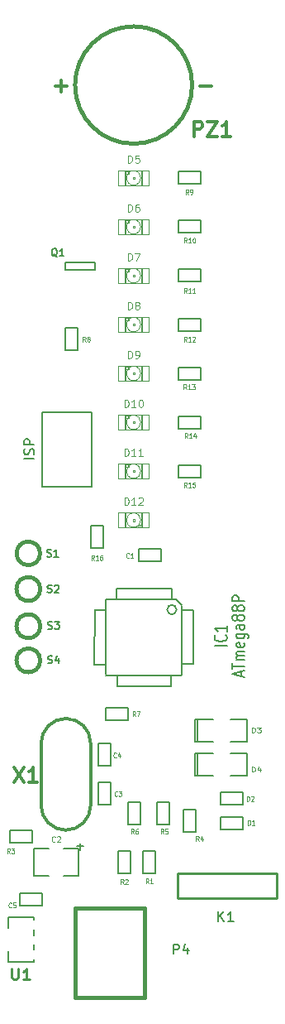
<source format=gto>
G04 (created by PCBNEW (2013-mar-13)-testing) date Wed 12 Jun 2013 06:18:58 PM NZST*
%MOIN*%
G04 Gerber Fmt 3.4, Leading zero omitted, Abs format*
%FSLAX34Y34*%
G01*
G70*
G90*
G04 APERTURE LIST*
%ADD10C,0.005906*%
%ADD11C,0.008000*%
%ADD12C,0.015000*%
%ADD13C,0.005000*%
%ADD14C,0.006000*%
%ADD15C,0.002600*%
%ADD16C,0.004000*%
%ADD17C,0.012500*%
%ADD18C,0.010000*%
%ADD19C,0.007500*%
%ADD20C,0.004921*%
%ADD21C,0.007874*%
%ADD22C,0.004500*%
%ADD23C,0.012000*%
%ADD24C,0.003500*%
%ADD25C,0.004300*%
%ADD26C,0.009843*%
G04 APERTURE END LIST*
G54D10*
G54D11*
X17961Y-26951D02*
X17961Y-23951D01*
X19961Y-23951D02*
X19961Y-26951D01*
X19961Y-26951D02*
X17961Y-26951D01*
X17961Y-23951D02*
X19961Y-23951D01*
G54D12*
X17878Y-29644D02*
G75*
G03X17878Y-29644I-472J0D01*
G74*
G01*
G54D13*
X20112Y-18239D02*
X18912Y-18239D01*
X18912Y-18239D02*
X18912Y-17939D01*
X18912Y-17939D02*
X20112Y-17939D01*
X20112Y-17939D02*
X20112Y-18239D01*
G54D12*
X17884Y-33955D02*
G75*
G03X17884Y-33955I-478J0D01*
G74*
G01*
X17884Y-32577D02*
G75*
G03X17884Y-32577I-478J0D01*
G74*
G01*
X17884Y-31081D02*
G75*
G03X17884Y-31081I-478J0D01*
G74*
G01*
G54D13*
X24220Y-37698D02*
X24120Y-37698D01*
X24120Y-37698D02*
X24120Y-38598D01*
X24120Y-38598D02*
X24220Y-38598D01*
X24220Y-37698D02*
X24220Y-38598D01*
X24220Y-38598D02*
X24870Y-38598D01*
X25570Y-37698D02*
X26220Y-37698D01*
X26220Y-37698D02*
X26220Y-38598D01*
X26220Y-38598D02*
X25570Y-38598D01*
X24870Y-37698D02*
X24220Y-37698D01*
X24220Y-36320D02*
X24120Y-36320D01*
X24120Y-36320D02*
X24120Y-37220D01*
X24120Y-37220D02*
X24220Y-37220D01*
X24220Y-36320D02*
X24220Y-37220D01*
X24220Y-37220D02*
X24870Y-37220D01*
X25570Y-36320D02*
X26220Y-36320D01*
X26220Y-36320D02*
X26220Y-37220D01*
X26220Y-37220D02*
X25570Y-37220D01*
X24870Y-36320D02*
X24220Y-36320D01*
G54D12*
X22106Y-43917D02*
X19310Y-43917D01*
X19310Y-43917D02*
X19310Y-47539D01*
X19310Y-47539D02*
X22106Y-47539D01*
X22106Y-47539D02*
X22106Y-43917D01*
G54D14*
X20981Y-35010D02*
X20981Y-34560D01*
X23161Y-35010D02*
X23161Y-34570D01*
X20981Y-35010D02*
X23161Y-35010D01*
X20511Y-34130D02*
X20081Y-34130D01*
X20501Y-31920D02*
X20081Y-31920D01*
X20081Y-31910D02*
X20071Y-34130D01*
X24051Y-31930D02*
X24061Y-34100D01*
X23361Y-31500D02*
X20531Y-31500D01*
X24051Y-34110D02*
X23641Y-34110D01*
X23601Y-31750D02*
X23601Y-34530D01*
X20521Y-34550D02*
X23561Y-34550D01*
X20521Y-31500D02*
X20521Y-34500D01*
X23191Y-31050D02*
X20971Y-31050D01*
X20971Y-31050D02*
X20971Y-31500D01*
X23371Y-31504D02*
X23601Y-31734D01*
X23191Y-31052D02*
X23191Y-31504D01*
X23601Y-31930D02*
X24053Y-31930D01*
X23385Y-31912D02*
G75*
G03X23385Y-31912I-188J0D01*
G74*
G01*
G54D13*
X22517Y-41635D02*
X22517Y-42535D01*
X22517Y-42535D02*
X22017Y-42535D01*
X22017Y-42535D02*
X22017Y-41635D01*
X22017Y-41635D02*
X22517Y-41635D01*
X21533Y-41635D02*
X21533Y-42535D01*
X21533Y-42535D02*
X21033Y-42535D01*
X21033Y-42535D02*
X21033Y-41635D01*
X21033Y-41635D02*
X21533Y-41635D01*
X16661Y-40811D02*
X17561Y-40811D01*
X17561Y-40811D02*
X17561Y-41311D01*
X17561Y-41311D02*
X16661Y-41311D01*
X16661Y-41311D02*
X16661Y-40811D01*
X23672Y-40861D02*
X23672Y-39961D01*
X23672Y-39961D02*
X24172Y-39961D01*
X24172Y-39961D02*
X24172Y-40861D01*
X24172Y-40861D02*
X23672Y-40861D01*
X23108Y-39666D02*
X23108Y-40566D01*
X23108Y-40566D02*
X22608Y-40566D01*
X22608Y-40566D02*
X22608Y-39666D01*
X22608Y-39666D02*
X23108Y-39666D01*
X21927Y-39666D02*
X21927Y-40566D01*
X21927Y-40566D02*
X21427Y-40566D01*
X21427Y-40566D02*
X21427Y-39666D01*
X21427Y-39666D02*
X21927Y-39666D01*
X21439Y-36350D02*
X20539Y-36350D01*
X20539Y-36350D02*
X20539Y-35850D01*
X20539Y-35850D02*
X21439Y-35850D01*
X21439Y-35850D02*
X21439Y-36350D01*
X19408Y-20572D02*
X19408Y-21472D01*
X19408Y-21472D02*
X18908Y-21472D01*
X18908Y-21472D02*
X18908Y-20572D01*
X18908Y-20572D02*
X19408Y-20572D01*
X23472Y-14276D02*
X24372Y-14276D01*
X24372Y-14276D02*
X24372Y-14776D01*
X24372Y-14776D02*
X23472Y-14776D01*
X23472Y-14776D02*
X23472Y-14276D01*
X23470Y-16244D02*
X24370Y-16244D01*
X24370Y-16244D02*
X24370Y-16744D01*
X24370Y-16744D02*
X23470Y-16744D01*
X23470Y-16744D02*
X23470Y-16244D01*
X23470Y-18212D02*
X24370Y-18212D01*
X24370Y-18212D02*
X24370Y-18712D01*
X24370Y-18712D02*
X23470Y-18712D01*
X23470Y-18712D02*
X23470Y-18212D01*
X23470Y-20181D02*
X24370Y-20181D01*
X24370Y-20181D02*
X24370Y-20681D01*
X24370Y-20681D02*
X23470Y-20681D01*
X23470Y-20681D02*
X23470Y-20181D01*
X23470Y-22149D02*
X24370Y-22149D01*
X24370Y-22149D02*
X24370Y-22649D01*
X24370Y-22649D02*
X23470Y-22649D01*
X23470Y-22649D02*
X23470Y-22149D01*
X23470Y-24118D02*
X24370Y-24118D01*
X24370Y-24118D02*
X24370Y-24618D01*
X24370Y-24618D02*
X23470Y-24618D01*
X23470Y-24618D02*
X23470Y-24118D01*
X23470Y-26086D02*
X24370Y-26086D01*
X24370Y-26086D02*
X24370Y-26586D01*
X24370Y-26586D02*
X23470Y-26586D01*
X23470Y-26586D02*
X23470Y-26086D01*
X20431Y-28544D02*
X20431Y-29444D01*
X20431Y-29444D02*
X19931Y-29444D01*
X19931Y-29444D02*
X19931Y-28544D01*
X19931Y-28544D02*
X20431Y-28544D01*
X21877Y-29472D02*
X22777Y-29472D01*
X22777Y-29472D02*
X22777Y-29972D01*
X22777Y-29972D02*
X21877Y-29972D01*
X21877Y-29972D02*
X21877Y-29472D01*
X20246Y-39779D02*
X20246Y-38879D01*
X20246Y-38879D02*
X20746Y-38879D01*
X20746Y-38879D02*
X20746Y-39779D01*
X20746Y-39779D02*
X20246Y-39779D01*
X20746Y-37304D02*
X20746Y-38204D01*
X20746Y-38204D02*
X20246Y-38204D01*
X20246Y-38204D02*
X20246Y-37304D01*
X20246Y-37304D02*
X20746Y-37304D01*
X26064Y-40760D02*
X25164Y-40760D01*
X25164Y-40760D02*
X25164Y-40260D01*
X25164Y-40260D02*
X26064Y-40260D01*
X26064Y-40260D02*
X26064Y-40760D01*
X26064Y-39776D02*
X25164Y-39776D01*
X25164Y-39776D02*
X25164Y-39276D01*
X25164Y-39276D02*
X26064Y-39276D01*
X26064Y-39276D02*
X26064Y-39776D01*
G54D12*
X24016Y-10787D02*
G75*
G03X24016Y-10787I-2362J0D01*
G74*
G01*
G54D15*
X21693Y-14489D02*
X21615Y-14489D01*
X21615Y-14489D02*
X21615Y-14567D01*
X21693Y-14567D02*
X21615Y-14567D01*
X21693Y-14489D02*
X21693Y-14567D01*
X21477Y-14253D02*
X21340Y-14253D01*
X21340Y-14253D02*
X21340Y-14351D01*
X21477Y-14351D02*
X21340Y-14351D01*
X21477Y-14253D02*
X21477Y-14351D01*
X21340Y-14253D02*
X21300Y-14253D01*
X21300Y-14253D02*
X21300Y-14724D01*
X21340Y-14724D02*
X21300Y-14724D01*
X21340Y-14253D02*
X21340Y-14724D01*
X21340Y-14744D02*
X21300Y-14744D01*
X21300Y-14744D02*
X21300Y-14803D01*
X21340Y-14803D02*
X21300Y-14803D01*
X21340Y-14744D02*
X21340Y-14803D01*
X22008Y-14253D02*
X21968Y-14253D01*
X21968Y-14253D02*
X21968Y-14724D01*
X22008Y-14724D02*
X21968Y-14724D01*
X22008Y-14253D02*
X22008Y-14724D01*
X22008Y-14744D02*
X21968Y-14744D01*
X21968Y-14744D02*
X21968Y-14803D01*
X22008Y-14803D02*
X21968Y-14803D01*
X22008Y-14744D02*
X22008Y-14803D01*
X21477Y-14253D02*
X21418Y-14253D01*
X21418Y-14253D02*
X21418Y-14351D01*
X21477Y-14351D02*
X21418Y-14351D01*
X21477Y-14253D02*
X21477Y-14351D01*
G54D16*
X21044Y-14233D02*
X22264Y-14233D01*
X22264Y-14233D02*
X22264Y-14823D01*
X22264Y-14823D02*
X21044Y-14823D01*
X21044Y-14823D02*
X21044Y-14233D01*
X21869Y-14331D02*
G75*
G03X21438Y-14332I-215J-196D01*
G74*
G01*
X21869Y-14724D02*
G75*
G03X21870Y-14332I-215J196D01*
G74*
G01*
X21438Y-14724D02*
G75*
G03X21870Y-14724I215J196D01*
G74*
G01*
X21438Y-14331D02*
G75*
G03X21438Y-14724I215J-196D01*
G74*
G01*
G54D15*
X21693Y-16457D02*
X21615Y-16457D01*
X21615Y-16457D02*
X21615Y-16535D01*
X21693Y-16535D02*
X21615Y-16535D01*
X21693Y-16457D02*
X21693Y-16535D01*
X21477Y-16221D02*
X21340Y-16221D01*
X21340Y-16221D02*
X21340Y-16319D01*
X21477Y-16319D02*
X21340Y-16319D01*
X21477Y-16221D02*
X21477Y-16319D01*
X21340Y-16221D02*
X21300Y-16221D01*
X21300Y-16221D02*
X21300Y-16692D01*
X21340Y-16692D02*
X21300Y-16692D01*
X21340Y-16221D02*
X21340Y-16692D01*
X21340Y-16712D02*
X21300Y-16712D01*
X21300Y-16712D02*
X21300Y-16771D01*
X21340Y-16771D02*
X21300Y-16771D01*
X21340Y-16712D02*
X21340Y-16771D01*
X22008Y-16221D02*
X21968Y-16221D01*
X21968Y-16221D02*
X21968Y-16692D01*
X22008Y-16692D02*
X21968Y-16692D01*
X22008Y-16221D02*
X22008Y-16692D01*
X22008Y-16712D02*
X21968Y-16712D01*
X21968Y-16712D02*
X21968Y-16771D01*
X22008Y-16771D02*
X21968Y-16771D01*
X22008Y-16712D02*
X22008Y-16771D01*
X21477Y-16221D02*
X21418Y-16221D01*
X21418Y-16221D02*
X21418Y-16319D01*
X21477Y-16319D02*
X21418Y-16319D01*
X21477Y-16221D02*
X21477Y-16319D01*
G54D16*
X21044Y-16201D02*
X22264Y-16201D01*
X22264Y-16201D02*
X22264Y-16791D01*
X22264Y-16791D02*
X21044Y-16791D01*
X21044Y-16791D02*
X21044Y-16201D01*
X21869Y-16299D02*
G75*
G03X21438Y-16300I-215J-196D01*
G74*
G01*
X21869Y-16692D02*
G75*
G03X21870Y-16300I-215J196D01*
G74*
G01*
X21438Y-16692D02*
G75*
G03X21870Y-16692I215J196D01*
G74*
G01*
X21438Y-16299D02*
G75*
G03X21438Y-16692I215J-196D01*
G74*
G01*
G54D15*
X21693Y-18426D02*
X21615Y-18426D01*
X21615Y-18426D02*
X21615Y-18504D01*
X21693Y-18504D02*
X21615Y-18504D01*
X21693Y-18426D02*
X21693Y-18504D01*
X21477Y-18190D02*
X21340Y-18190D01*
X21340Y-18190D02*
X21340Y-18288D01*
X21477Y-18288D02*
X21340Y-18288D01*
X21477Y-18190D02*
X21477Y-18288D01*
X21340Y-18190D02*
X21300Y-18190D01*
X21300Y-18190D02*
X21300Y-18661D01*
X21340Y-18661D02*
X21300Y-18661D01*
X21340Y-18190D02*
X21340Y-18661D01*
X21340Y-18681D02*
X21300Y-18681D01*
X21300Y-18681D02*
X21300Y-18740D01*
X21340Y-18740D02*
X21300Y-18740D01*
X21340Y-18681D02*
X21340Y-18740D01*
X22008Y-18190D02*
X21968Y-18190D01*
X21968Y-18190D02*
X21968Y-18661D01*
X22008Y-18661D02*
X21968Y-18661D01*
X22008Y-18190D02*
X22008Y-18661D01*
X22008Y-18681D02*
X21968Y-18681D01*
X21968Y-18681D02*
X21968Y-18740D01*
X22008Y-18740D02*
X21968Y-18740D01*
X22008Y-18681D02*
X22008Y-18740D01*
X21477Y-18190D02*
X21418Y-18190D01*
X21418Y-18190D02*
X21418Y-18288D01*
X21477Y-18288D02*
X21418Y-18288D01*
X21477Y-18190D02*
X21477Y-18288D01*
G54D16*
X21044Y-18170D02*
X22264Y-18170D01*
X22264Y-18170D02*
X22264Y-18760D01*
X22264Y-18760D02*
X21044Y-18760D01*
X21044Y-18760D02*
X21044Y-18170D01*
X21869Y-18268D02*
G75*
G03X21438Y-18269I-215J-196D01*
G74*
G01*
X21869Y-18661D02*
G75*
G03X21870Y-18269I-215J196D01*
G74*
G01*
X21438Y-18661D02*
G75*
G03X21870Y-18661I215J196D01*
G74*
G01*
X21438Y-18268D02*
G75*
G03X21438Y-18661I215J-196D01*
G74*
G01*
G54D15*
X21693Y-20394D02*
X21615Y-20394D01*
X21615Y-20394D02*
X21615Y-20472D01*
X21693Y-20472D02*
X21615Y-20472D01*
X21693Y-20394D02*
X21693Y-20472D01*
X21477Y-20158D02*
X21340Y-20158D01*
X21340Y-20158D02*
X21340Y-20256D01*
X21477Y-20256D02*
X21340Y-20256D01*
X21477Y-20158D02*
X21477Y-20256D01*
X21340Y-20158D02*
X21300Y-20158D01*
X21300Y-20158D02*
X21300Y-20629D01*
X21340Y-20629D02*
X21300Y-20629D01*
X21340Y-20158D02*
X21340Y-20629D01*
X21340Y-20649D02*
X21300Y-20649D01*
X21300Y-20649D02*
X21300Y-20708D01*
X21340Y-20708D02*
X21300Y-20708D01*
X21340Y-20649D02*
X21340Y-20708D01*
X22008Y-20158D02*
X21968Y-20158D01*
X21968Y-20158D02*
X21968Y-20629D01*
X22008Y-20629D02*
X21968Y-20629D01*
X22008Y-20158D02*
X22008Y-20629D01*
X22008Y-20649D02*
X21968Y-20649D01*
X21968Y-20649D02*
X21968Y-20708D01*
X22008Y-20708D02*
X21968Y-20708D01*
X22008Y-20649D02*
X22008Y-20708D01*
X21477Y-20158D02*
X21418Y-20158D01*
X21418Y-20158D02*
X21418Y-20256D01*
X21477Y-20256D02*
X21418Y-20256D01*
X21477Y-20158D02*
X21477Y-20256D01*
G54D16*
X21044Y-20138D02*
X22264Y-20138D01*
X22264Y-20138D02*
X22264Y-20728D01*
X22264Y-20728D02*
X21044Y-20728D01*
X21044Y-20728D02*
X21044Y-20138D01*
X21869Y-20236D02*
G75*
G03X21438Y-20237I-215J-196D01*
G74*
G01*
X21869Y-20629D02*
G75*
G03X21870Y-20237I-215J196D01*
G74*
G01*
X21438Y-20629D02*
G75*
G03X21870Y-20629I215J196D01*
G74*
G01*
X21438Y-20236D02*
G75*
G03X21438Y-20629I215J-196D01*
G74*
G01*
G54D15*
X21693Y-22363D02*
X21615Y-22363D01*
X21615Y-22363D02*
X21615Y-22441D01*
X21693Y-22441D02*
X21615Y-22441D01*
X21693Y-22363D02*
X21693Y-22441D01*
X21477Y-22127D02*
X21340Y-22127D01*
X21340Y-22127D02*
X21340Y-22225D01*
X21477Y-22225D02*
X21340Y-22225D01*
X21477Y-22127D02*
X21477Y-22225D01*
X21340Y-22127D02*
X21300Y-22127D01*
X21300Y-22127D02*
X21300Y-22598D01*
X21340Y-22598D02*
X21300Y-22598D01*
X21340Y-22127D02*
X21340Y-22598D01*
X21340Y-22618D02*
X21300Y-22618D01*
X21300Y-22618D02*
X21300Y-22677D01*
X21340Y-22677D02*
X21300Y-22677D01*
X21340Y-22618D02*
X21340Y-22677D01*
X22008Y-22127D02*
X21968Y-22127D01*
X21968Y-22127D02*
X21968Y-22598D01*
X22008Y-22598D02*
X21968Y-22598D01*
X22008Y-22127D02*
X22008Y-22598D01*
X22008Y-22618D02*
X21968Y-22618D01*
X21968Y-22618D02*
X21968Y-22677D01*
X22008Y-22677D02*
X21968Y-22677D01*
X22008Y-22618D02*
X22008Y-22677D01*
X21477Y-22127D02*
X21418Y-22127D01*
X21418Y-22127D02*
X21418Y-22225D01*
X21477Y-22225D02*
X21418Y-22225D01*
X21477Y-22127D02*
X21477Y-22225D01*
G54D16*
X21044Y-22107D02*
X22264Y-22107D01*
X22264Y-22107D02*
X22264Y-22697D01*
X22264Y-22697D02*
X21044Y-22697D01*
X21044Y-22697D02*
X21044Y-22107D01*
X21869Y-22205D02*
G75*
G03X21438Y-22206I-215J-196D01*
G74*
G01*
X21869Y-22598D02*
G75*
G03X21870Y-22206I-215J196D01*
G74*
G01*
X21438Y-22598D02*
G75*
G03X21870Y-22598I215J196D01*
G74*
G01*
X21438Y-22205D02*
G75*
G03X21438Y-22598I215J-196D01*
G74*
G01*
G54D15*
X21693Y-24331D02*
X21615Y-24331D01*
X21615Y-24331D02*
X21615Y-24409D01*
X21693Y-24409D02*
X21615Y-24409D01*
X21693Y-24331D02*
X21693Y-24409D01*
X21477Y-24095D02*
X21340Y-24095D01*
X21340Y-24095D02*
X21340Y-24193D01*
X21477Y-24193D02*
X21340Y-24193D01*
X21477Y-24095D02*
X21477Y-24193D01*
X21340Y-24095D02*
X21300Y-24095D01*
X21300Y-24095D02*
X21300Y-24566D01*
X21340Y-24566D02*
X21300Y-24566D01*
X21340Y-24095D02*
X21340Y-24566D01*
X21340Y-24586D02*
X21300Y-24586D01*
X21300Y-24586D02*
X21300Y-24645D01*
X21340Y-24645D02*
X21300Y-24645D01*
X21340Y-24586D02*
X21340Y-24645D01*
X22008Y-24095D02*
X21968Y-24095D01*
X21968Y-24095D02*
X21968Y-24566D01*
X22008Y-24566D02*
X21968Y-24566D01*
X22008Y-24095D02*
X22008Y-24566D01*
X22008Y-24586D02*
X21968Y-24586D01*
X21968Y-24586D02*
X21968Y-24645D01*
X22008Y-24645D02*
X21968Y-24645D01*
X22008Y-24586D02*
X22008Y-24645D01*
X21477Y-24095D02*
X21418Y-24095D01*
X21418Y-24095D02*
X21418Y-24193D01*
X21477Y-24193D02*
X21418Y-24193D01*
X21477Y-24095D02*
X21477Y-24193D01*
G54D16*
X21044Y-24075D02*
X22264Y-24075D01*
X22264Y-24075D02*
X22264Y-24665D01*
X22264Y-24665D02*
X21044Y-24665D01*
X21044Y-24665D02*
X21044Y-24075D01*
X21869Y-24173D02*
G75*
G03X21438Y-24174I-215J-196D01*
G74*
G01*
X21869Y-24566D02*
G75*
G03X21870Y-24174I-215J196D01*
G74*
G01*
X21438Y-24566D02*
G75*
G03X21870Y-24566I215J196D01*
G74*
G01*
X21438Y-24173D02*
G75*
G03X21438Y-24566I215J-196D01*
G74*
G01*
G54D15*
X21693Y-26300D02*
X21615Y-26300D01*
X21615Y-26300D02*
X21615Y-26378D01*
X21693Y-26378D02*
X21615Y-26378D01*
X21693Y-26300D02*
X21693Y-26378D01*
X21477Y-26064D02*
X21340Y-26064D01*
X21340Y-26064D02*
X21340Y-26162D01*
X21477Y-26162D02*
X21340Y-26162D01*
X21477Y-26064D02*
X21477Y-26162D01*
X21340Y-26064D02*
X21300Y-26064D01*
X21300Y-26064D02*
X21300Y-26535D01*
X21340Y-26535D02*
X21300Y-26535D01*
X21340Y-26064D02*
X21340Y-26535D01*
X21340Y-26555D02*
X21300Y-26555D01*
X21300Y-26555D02*
X21300Y-26614D01*
X21340Y-26614D02*
X21300Y-26614D01*
X21340Y-26555D02*
X21340Y-26614D01*
X22008Y-26064D02*
X21968Y-26064D01*
X21968Y-26064D02*
X21968Y-26535D01*
X22008Y-26535D02*
X21968Y-26535D01*
X22008Y-26064D02*
X22008Y-26535D01*
X22008Y-26555D02*
X21968Y-26555D01*
X21968Y-26555D02*
X21968Y-26614D01*
X22008Y-26614D02*
X21968Y-26614D01*
X22008Y-26555D02*
X22008Y-26614D01*
X21477Y-26064D02*
X21418Y-26064D01*
X21418Y-26064D02*
X21418Y-26162D01*
X21477Y-26162D02*
X21418Y-26162D01*
X21477Y-26064D02*
X21477Y-26162D01*
G54D16*
X21044Y-26044D02*
X22264Y-26044D01*
X22264Y-26044D02*
X22264Y-26634D01*
X22264Y-26634D02*
X21044Y-26634D01*
X21044Y-26634D02*
X21044Y-26044D01*
X21869Y-26142D02*
G75*
G03X21438Y-26143I-215J-196D01*
G74*
G01*
X21869Y-26535D02*
G75*
G03X21870Y-26143I-215J196D01*
G74*
G01*
X21438Y-26535D02*
G75*
G03X21870Y-26535I215J196D01*
G74*
G01*
X21438Y-26142D02*
G75*
G03X21438Y-26535I215J-196D01*
G74*
G01*
G54D15*
X21615Y-28346D02*
X21693Y-28346D01*
X21693Y-28346D02*
X21693Y-28268D01*
X21615Y-28268D02*
X21693Y-28268D01*
X21615Y-28346D02*
X21615Y-28268D01*
X21831Y-28582D02*
X21968Y-28582D01*
X21968Y-28582D02*
X21968Y-28484D01*
X21831Y-28484D02*
X21968Y-28484D01*
X21831Y-28582D02*
X21831Y-28484D01*
X21968Y-28582D02*
X22008Y-28582D01*
X22008Y-28582D02*
X22008Y-28111D01*
X21968Y-28111D02*
X22008Y-28111D01*
X21968Y-28582D02*
X21968Y-28111D01*
X21968Y-28091D02*
X22008Y-28091D01*
X22008Y-28091D02*
X22008Y-28032D01*
X21968Y-28032D02*
X22008Y-28032D01*
X21968Y-28091D02*
X21968Y-28032D01*
X21300Y-28582D02*
X21340Y-28582D01*
X21340Y-28582D02*
X21340Y-28111D01*
X21300Y-28111D02*
X21340Y-28111D01*
X21300Y-28582D02*
X21300Y-28111D01*
X21300Y-28091D02*
X21340Y-28091D01*
X21340Y-28091D02*
X21340Y-28032D01*
X21300Y-28032D02*
X21340Y-28032D01*
X21300Y-28091D02*
X21300Y-28032D01*
X21831Y-28582D02*
X21890Y-28582D01*
X21890Y-28582D02*
X21890Y-28484D01*
X21831Y-28484D02*
X21890Y-28484D01*
X21831Y-28582D02*
X21831Y-28484D01*
G54D16*
X22264Y-28602D02*
X21044Y-28602D01*
X21044Y-28602D02*
X21044Y-28012D01*
X21044Y-28012D02*
X22264Y-28012D01*
X22264Y-28012D02*
X22264Y-28602D01*
X21438Y-28503D02*
G75*
G03X21870Y-28503I215J196D01*
G74*
G01*
X21438Y-28110D02*
G75*
G03X21438Y-28503I215J-196D01*
G74*
G01*
X21869Y-28110D02*
G75*
G03X21438Y-28111I-215J-196D01*
G74*
G01*
X21869Y-28503D02*
G75*
G03X21870Y-28111I-215J196D01*
G74*
G01*
G54D17*
X19921Y-39791D02*
X19921Y-37291D01*
X17921Y-39791D02*
X17921Y-37291D01*
X18921Y-36291D02*
G75*
G03X17921Y-37291I0J-1000D01*
G74*
G01*
X19921Y-37291D02*
G75*
G03X18921Y-36291I-1000J0D01*
G74*
G01*
X17921Y-39791D02*
G75*
G03X18921Y-40791I1000J0D01*
G74*
G01*
X18921Y-40791D02*
G75*
G03X19921Y-39791I0J1000D01*
G74*
G01*
G54D13*
X17969Y-43832D02*
X17069Y-43832D01*
X17069Y-43832D02*
X17069Y-43332D01*
X17069Y-43332D02*
X17969Y-43332D01*
X17969Y-43332D02*
X17969Y-43832D01*
G54D18*
X23433Y-42531D02*
X27433Y-42531D01*
X23433Y-43531D02*
X27433Y-43531D01*
X27433Y-43531D02*
X27433Y-42531D01*
X23433Y-42531D02*
X23433Y-43531D01*
G54D13*
X19497Y-41315D02*
X19497Y-41585D01*
X19347Y-41445D02*
X19627Y-41445D01*
X19497Y-41345D02*
X19497Y-41315D01*
X18227Y-41535D02*
X17627Y-41535D01*
X17627Y-41535D02*
X17627Y-42635D01*
X17627Y-42635D02*
X18227Y-42635D01*
X18827Y-42635D02*
X19427Y-42635D01*
X19427Y-42635D02*
X19427Y-41535D01*
X19427Y-41535D02*
X18827Y-41535D01*
G54D19*
X17637Y-44409D02*
X17637Y-44290D01*
X17637Y-45039D02*
X17637Y-44802D01*
X17637Y-45590D02*
X17637Y-45393D01*
X17637Y-46102D02*
X17637Y-45983D01*
X16613Y-45668D02*
X16613Y-46102D01*
X16613Y-44724D02*
X16613Y-44290D01*
X17637Y-44290D02*
X16613Y-44290D01*
X16613Y-46102D02*
X17637Y-46102D01*
G54D11*
X17641Y-25841D02*
X17241Y-25841D01*
X17622Y-25670D02*
X17641Y-25612D01*
X17641Y-25517D01*
X17622Y-25479D01*
X17603Y-25460D01*
X17565Y-25441D01*
X17527Y-25441D01*
X17489Y-25460D01*
X17470Y-25479D01*
X17451Y-25517D01*
X17432Y-25593D01*
X17413Y-25631D01*
X17394Y-25650D01*
X17356Y-25670D01*
X17318Y-25670D01*
X17280Y-25650D01*
X17261Y-25631D01*
X17241Y-25593D01*
X17241Y-25498D01*
X17261Y-25441D01*
X17641Y-25270D02*
X17241Y-25270D01*
X17241Y-25117D01*
X17261Y-25079D01*
X17280Y-25060D01*
X17318Y-25041D01*
X17375Y-25041D01*
X17413Y-25060D01*
X17432Y-25079D01*
X17451Y-25117D01*
X17451Y-25270D01*
G54D14*
X18157Y-29767D02*
X18200Y-29781D01*
X18271Y-29781D01*
X18300Y-29767D01*
X18314Y-29752D01*
X18328Y-29724D01*
X18328Y-29695D01*
X18314Y-29667D01*
X18300Y-29652D01*
X18271Y-29638D01*
X18214Y-29624D01*
X18185Y-29609D01*
X18171Y-29595D01*
X18157Y-29567D01*
X18157Y-29538D01*
X18171Y-29509D01*
X18185Y-29495D01*
X18214Y-29481D01*
X18285Y-29481D01*
X18328Y-29495D01*
X18614Y-29781D02*
X18442Y-29781D01*
X18528Y-29781D02*
X18528Y-29481D01*
X18500Y-29524D01*
X18471Y-29552D01*
X18442Y-29567D01*
G54D19*
X18573Y-17703D02*
X18545Y-17689D01*
X18516Y-17660D01*
X18473Y-17617D01*
X18445Y-17603D01*
X18416Y-17603D01*
X18430Y-17675D02*
X18402Y-17660D01*
X18373Y-17632D01*
X18359Y-17575D01*
X18359Y-17475D01*
X18373Y-17417D01*
X18402Y-17389D01*
X18430Y-17375D01*
X18488Y-17375D01*
X18516Y-17389D01*
X18545Y-17417D01*
X18559Y-17475D01*
X18559Y-17575D01*
X18545Y-17632D01*
X18516Y-17660D01*
X18488Y-17675D01*
X18430Y-17675D01*
X18845Y-17675D02*
X18673Y-17675D01*
X18759Y-17675D02*
X18759Y-17375D01*
X18730Y-17417D01*
X18702Y-17446D01*
X18673Y-17460D01*
G54D14*
X18196Y-34058D02*
X18239Y-34072D01*
X18310Y-34072D01*
X18339Y-34058D01*
X18353Y-34044D01*
X18368Y-34015D01*
X18368Y-33987D01*
X18353Y-33958D01*
X18339Y-33944D01*
X18310Y-33929D01*
X18253Y-33915D01*
X18225Y-33901D01*
X18210Y-33887D01*
X18196Y-33858D01*
X18196Y-33829D01*
X18210Y-33801D01*
X18225Y-33787D01*
X18253Y-33772D01*
X18325Y-33772D01*
X18368Y-33787D01*
X18625Y-33872D02*
X18625Y-34072D01*
X18553Y-33758D02*
X18482Y-33972D01*
X18668Y-33972D01*
X18196Y-32680D02*
X18239Y-32694D01*
X18310Y-32694D01*
X18339Y-32680D01*
X18353Y-32666D01*
X18368Y-32637D01*
X18368Y-32609D01*
X18353Y-32580D01*
X18339Y-32566D01*
X18310Y-32551D01*
X18253Y-32537D01*
X18225Y-32523D01*
X18210Y-32509D01*
X18196Y-32480D01*
X18196Y-32451D01*
X18210Y-32423D01*
X18225Y-32409D01*
X18253Y-32394D01*
X18325Y-32394D01*
X18368Y-32409D01*
X18468Y-32394D02*
X18653Y-32394D01*
X18553Y-32509D01*
X18596Y-32509D01*
X18625Y-32523D01*
X18639Y-32537D01*
X18653Y-32566D01*
X18653Y-32637D01*
X18639Y-32666D01*
X18625Y-32680D01*
X18596Y-32694D01*
X18510Y-32694D01*
X18482Y-32680D01*
X18468Y-32666D01*
X18176Y-31204D02*
X18219Y-31218D01*
X18291Y-31218D01*
X18319Y-31204D01*
X18334Y-31189D01*
X18348Y-31161D01*
X18348Y-31132D01*
X18334Y-31104D01*
X18319Y-31089D01*
X18291Y-31075D01*
X18234Y-31061D01*
X18205Y-31046D01*
X18191Y-31032D01*
X18176Y-31004D01*
X18176Y-30975D01*
X18191Y-30946D01*
X18205Y-30932D01*
X18234Y-30918D01*
X18305Y-30918D01*
X18348Y-30932D01*
X18462Y-30946D02*
X18476Y-30932D01*
X18505Y-30918D01*
X18576Y-30918D01*
X18605Y-30932D01*
X18619Y-30946D01*
X18634Y-30975D01*
X18634Y-31004D01*
X18619Y-31046D01*
X18448Y-31218D01*
X18634Y-31218D01*
G54D20*
X26423Y-38434D02*
X26423Y-38237D01*
X26479Y-38237D01*
X26513Y-38246D01*
X26536Y-38265D01*
X26547Y-38284D01*
X26558Y-38321D01*
X26558Y-38349D01*
X26547Y-38387D01*
X26536Y-38405D01*
X26513Y-38424D01*
X26479Y-38434D01*
X26423Y-38434D01*
X26761Y-38302D02*
X26761Y-38434D01*
X26704Y-38227D02*
X26648Y-38368D01*
X26794Y-38368D01*
X26423Y-36859D02*
X26423Y-36662D01*
X26479Y-36662D01*
X26513Y-36671D01*
X26536Y-36690D01*
X26547Y-36709D01*
X26558Y-36746D01*
X26558Y-36774D01*
X26547Y-36812D01*
X26536Y-36830D01*
X26513Y-36849D01*
X26479Y-36859D01*
X26423Y-36859D01*
X26637Y-36662D02*
X26783Y-36662D01*
X26704Y-36737D01*
X26738Y-36737D01*
X26761Y-36746D01*
X26772Y-36755D01*
X26783Y-36774D01*
X26783Y-36821D01*
X26772Y-36840D01*
X26761Y-36849D01*
X26738Y-36859D01*
X26671Y-36859D01*
X26648Y-36849D01*
X26637Y-36840D01*
G54D21*
X23272Y-45750D02*
X23272Y-45396D01*
X23422Y-45396D01*
X23459Y-45413D01*
X23478Y-45430D01*
X23497Y-45464D01*
X23497Y-45514D01*
X23478Y-45548D01*
X23459Y-45565D01*
X23422Y-45582D01*
X23272Y-45582D01*
X23834Y-45514D02*
X23834Y-45750D01*
X23741Y-45379D02*
X23647Y-45632D01*
X23891Y-45632D01*
G54D11*
X25423Y-33362D02*
X24923Y-33362D01*
X25375Y-32943D02*
X25399Y-32962D01*
X25423Y-33020D01*
X25423Y-33058D01*
X25399Y-33115D01*
X25351Y-33153D01*
X25303Y-33172D01*
X25208Y-33191D01*
X25137Y-33191D01*
X25042Y-33172D01*
X24994Y-33153D01*
X24946Y-33115D01*
X24923Y-33058D01*
X24923Y-33020D01*
X24946Y-32962D01*
X24970Y-32943D01*
X25423Y-32562D02*
X25423Y-32791D01*
X25423Y-32677D02*
X24923Y-32677D01*
X24994Y-32715D01*
X25042Y-32753D01*
X25065Y-32791D01*
X25988Y-34601D02*
X25988Y-34410D01*
X26131Y-34639D02*
X25631Y-34505D01*
X26131Y-34372D01*
X25631Y-34296D02*
X25631Y-34067D01*
X26131Y-34181D02*
X25631Y-34181D01*
X26131Y-33934D02*
X25798Y-33934D01*
X25845Y-33934D02*
X25822Y-33915D01*
X25798Y-33877D01*
X25798Y-33820D01*
X25822Y-33781D01*
X25869Y-33762D01*
X26131Y-33762D01*
X25869Y-33762D02*
X25822Y-33743D01*
X25798Y-33705D01*
X25798Y-33648D01*
X25822Y-33610D01*
X25869Y-33591D01*
X26131Y-33591D01*
X26107Y-33248D02*
X26131Y-33286D01*
X26131Y-33362D01*
X26107Y-33401D01*
X26060Y-33420D01*
X25869Y-33420D01*
X25822Y-33401D01*
X25798Y-33362D01*
X25798Y-33286D01*
X25822Y-33248D01*
X25869Y-33229D01*
X25917Y-33229D01*
X25965Y-33420D01*
X25798Y-32886D02*
X26203Y-32886D01*
X26250Y-32905D01*
X26274Y-32924D01*
X26298Y-32962D01*
X26298Y-33020D01*
X26274Y-33058D01*
X26107Y-32886D02*
X26131Y-32924D01*
X26131Y-33001D01*
X26107Y-33039D01*
X26084Y-33058D01*
X26036Y-33077D01*
X25893Y-33077D01*
X25845Y-33058D01*
X25822Y-33039D01*
X25798Y-33001D01*
X25798Y-32924D01*
X25822Y-32886D01*
X26131Y-32524D02*
X25869Y-32524D01*
X25822Y-32543D01*
X25798Y-32581D01*
X25798Y-32658D01*
X25822Y-32696D01*
X26107Y-32524D02*
X26131Y-32562D01*
X26131Y-32658D01*
X26107Y-32696D01*
X26060Y-32715D01*
X26012Y-32715D01*
X25965Y-32696D01*
X25941Y-32658D01*
X25941Y-32562D01*
X25917Y-32524D01*
X25845Y-32277D02*
X25822Y-32315D01*
X25798Y-32334D01*
X25750Y-32353D01*
X25726Y-32353D01*
X25679Y-32334D01*
X25655Y-32315D01*
X25631Y-32277D01*
X25631Y-32201D01*
X25655Y-32162D01*
X25679Y-32143D01*
X25726Y-32124D01*
X25750Y-32124D01*
X25798Y-32143D01*
X25822Y-32162D01*
X25845Y-32201D01*
X25845Y-32277D01*
X25869Y-32315D01*
X25893Y-32334D01*
X25941Y-32353D01*
X26036Y-32353D01*
X26084Y-32334D01*
X26107Y-32315D01*
X26131Y-32277D01*
X26131Y-32201D01*
X26107Y-32162D01*
X26084Y-32143D01*
X26036Y-32124D01*
X25941Y-32124D01*
X25893Y-32143D01*
X25869Y-32162D01*
X25845Y-32201D01*
X25845Y-31896D02*
X25822Y-31934D01*
X25798Y-31953D01*
X25750Y-31972D01*
X25726Y-31972D01*
X25679Y-31953D01*
X25655Y-31934D01*
X25631Y-31896D01*
X25631Y-31820D01*
X25655Y-31781D01*
X25679Y-31762D01*
X25726Y-31743D01*
X25750Y-31743D01*
X25798Y-31762D01*
X25822Y-31781D01*
X25845Y-31820D01*
X25845Y-31896D01*
X25869Y-31934D01*
X25893Y-31953D01*
X25941Y-31972D01*
X26036Y-31972D01*
X26084Y-31953D01*
X26107Y-31934D01*
X26131Y-31896D01*
X26131Y-31820D01*
X26107Y-31781D01*
X26084Y-31762D01*
X26036Y-31743D01*
X25941Y-31743D01*
X25893Y-31762D01*
X25869Y-31781D01*
X25845Y-31820D01*
X26131Y-31572D02*
X25631Y-31572D01*
X25631Y-31420D01*
X25655Y-31381D01*
X25679Y-31362D01*
X25726Y-31343D01*
X25798Y-31343D01*
X25845Y-31362D01*
X25869Y-31381D01*
X25893Y-31420D01*
X25893Y-31572D01*
G54D22*
X22253Y-42944D02*
X22193Y-42849D01*
X22150Y-42944D02*
X22150Y-42744D01*
X22219Y-42744D01*
X22236Y-42754D01*
X22244Y-42763D01*
X22253Y-42782D01*
X22253Y-42811D01*
X22244Y-42830D01*
X22236Y-42840D01*
X22219Y-42849D01*
X22150Y-42849D01*
X22424Y-42944D02*
X22322Y-42944D01*
X22373Y-42944D02*
X22373Y-42744D01*
X22356Y-42773D01*
X22339Y-42792D01*
X22322Y-42801D01*
X21249Y-42964D02*
X21189Y-42869D01*
X21146Y-42964D02*
X21146Y-42764D01*
X21215Y-42764D01*
X21232Y-42774D01*
X21240Y-42783D01*
X21249Y-42802D01*
X21249Y-42831D01*
X21240Y-42850D01*
X21232Y-42859D01*
X21215Y-42869D01*
X21146Y-42869D01*
X21318Y-42783D02*
X21326Y-42774D01*
X21343Y-42764D01*
X21386Y-42764D01*
X21403Y-42774D01*
X21412Y-42783D01*
X21420Y-42802D01*
X21420Y-42821D01*
X21412Y-42850D01*
X21309Y-42964D01*
X21420Y-42964D01*
X16662Y-41724D02*
X16602Y-41629D01*
X16560Y-41724D02*
X16560Y-41524D01*
X16628Y-41524D01*
X16645Y-41533D01*
X16654Y-41543D01*
X16662Y-41562D01*
X16662Y-41591D01*
X16654Y-41610D01*
X16645Y-41619D01*
X16628Y-41629D01*
X16560Y-41629D01*
X16722Y-41524D02*
X16834Y-41524D01*
X16774Y-41600D01*
X16800Y-41600D01*
X16817Y-41610D01*
X16825Y-41619D01*
X16834Y-41638D01*
X16834Y-41686D01*
X16825Y-41705D01*
X16817Y-41714D01*
X16800Y-41724D01*
X16748Y-41724D01*
X16731Y-41714D01*
X16722Y-41705D01*
X24281Y-41232D02*
X24221Y-41136D01*
X24178Y-41232D02*
X24178Y-41032D01*
X24246Y-41032D01*
X24263Y-41041D01*
X24272Y-41051D01*
X24281Y-41070D01*
X24281Y-41098D01*
X24272Y-41117D01*
X24263Y-41127D01*
X24246Y-41136D01*
X24178Y-41136D01*
X24435Y-41098D02*
X24435Y-41232D01*
X24392Y-41022D02*
X24349Y-41165D01*
X24461Y-41165D01*
X22863Y-40936D02*
X22803Y-40841D01*
X22760Y-40936D02*
X22760Y-40736D01*
X22829Y-40736D01*
X22846Y-40746D01*
X22855Y-40755D01*
X22863Y-40775D01*
X22863Y-40803D01*
X22855Y-40822D01*
X22846Y-40832D01*
X22829Y-40841D01*
X22760Y-40841D01*
X23026Y-40736D02*
X22940Y-40736D01*
X22932Y-40832D01*
X22940Y-40822D01*
X22957Y-40813D01*
X23000Y-40813D01*
X23017Y-40822D01*
X23026Y-40832D01*
X23035Y-40851D01*
X23035Y-40898D01*
X23026Y-40917D01*
X23017Y-40927D01*
X23000Y-40936D01*
X22957Y-40936D01*
X22940Y-40927D01*
X22932Y-40917D01*
X21662Y-40936D02*
X21602Y-40841D01*
X21560Y-40936D02*
X21560Y-40736D01*
X21628Y-40736D01*
X21645Y-40746D01*
X21654Y-40755D01*
X21662Y-40775D01*
X21662Y-40803D01*
X21654Y-40822D01*
X21645Y-40832D01*
X21628Y-40841D01*
X21560Y-40841D01*
X21817Y-40736D02*
X21782Y-40736D01*
X21765Y-40746D01*
X21757Y-40755D01*
X21740Y-40784D01*
X21731Y-40822D01*
X21731Y-40898D01*
X21740Y-40917D01*
X21748Y-40927D01*
X21765Y-40936D01*
X21800Y-40936D01*
X21817Y-40927D01*
X21825Y-40917D01*
X21834Y-40898D01*
X21834Y-40851D01*
X21825Y-40832D01*
X21817Y-40822D01*
X21800Y-40813D01*
X21765Y-40813D01*
X21748Y-40822D01*
X21740Y-40832D01*
X21731Y-40851D01*
X21721Y-36212D02*
X21661Y-36117D01*
X21619Y-36212D02*
X21619Y-36012D01*
X21687Y-36012D01*
X21704Y-36022D01*
X21713Y-36031D01*
X21721Y-36050D01*
X21721Y-36079D01*
X21713Y-36098D01*
X21704Y-36107D01*
X21687Y-36117D01*
X21619Y-36117D01*
X21781Y-36012D02*
X21901Y-36012D01*
X21824Y-36212D01*
X19714Y-21114D02*
X19654Y-21018D01*
X19611Y-21114D02*
X19611Y-20914D01*
X19679Y-20914D01*
X19696Y-20923D01*
X19705Y-20933D01*
X19714Y-20952D01*
X19714Y-20980D01*
X19705Y-20999D01*
X19696Y-21009D01*
X19679Y-21018D01*
X19611Y-21018D01*
X19816Y-20999D02*
X19799Y-20990D01*
X19791Y-20980D01*
X19782Y-20961D01*
X19782Y-20952D01*
X19791Y-20933D01*
X19799Y-20923D01*
X19816Y-20914D01*
X19851Y-20914D01*
X19868Y-20923D01*
X19876Y-20933D01*
X19885Y-20952D01*
X19885Y-20961D01*
X19876Y-20980D01*
X19868Y-20990D01*
X19851Y-20999D01*
X19816Y-20999D01*
X19799Y-21009D01*
X19791Y-21018D01*
X19782Y-21037D01*
X19782Y-21076D01*
X19791Y-21095D01*
X19799Y-21104D01*
X19816Y-21114D01*
X19851Y-21114D01*
X19868Y-21104D01*
X19876Y-21095D01*
X19885Y-21076D01*
X19885Y-21037D01*
X19876Y-21018D01*
X19868Y-21009D01*
X19851Y-20999D01*
X23867Y-15188D02*
X23807Y-15093D01*
X23764Y-15188D02*
X23764Y-14988D01*
X23833Y-14988D01*
X23850Y-14998D01*
X23859Y-15007D01*
X23867Y-15026D01*
X23867Y-15055D01*
X23859Y-15074D01*
X23850Y-15084D01*
X23833Y-15093D01*
X23764Y-15093D01*
X23953Y-15188D02*
X23987Y-15188D01*
X24004Y-15179D01*
X24013Y-15169D01*
X24030Y-15141D01*
X24039Y-15103D01*
X24039Y-15026D01*
X24030Y-15007D01*
X24021Y-14998D01*
X24004Y-14988D01*
X23970Y-14988D01*
X23953Y-14998D01*
X23944Y-15007D01*
X23936Y-15026D01*
X23936Y-15074D01*
X23944Y-15093D01*
X23953Y-15103D01*
X23970Y-15112D01*
X24004Y-15112D01*
X24021Y-15103D01*
X24030Y-15093D01*
X24039Y-15074D01*
X23801Y-17137D02*
X23741Y-17042D01*
X23698Y-17137D02*
X23698Y-16937D01*
X23767Y-16937D01*
X23784Y-16947D01*
X23793Y-16956D01*
X23801Y-16975D01*
X23801Y-17004D01*
X23793Y-17023D01*
X23784Y-17032D01*
X23767Y-17042D01*
X23698Y-17042D01*
X23973Y-17137D02*
X23870Y-17137D01*
X23921Y-17137D02*
X23921Y-16937D01*
X23904Y-16966D01*
X23887Y-16985D01*
X23870Y-16994D01*
X24084Y-16937D02*
X24101Y-16937D01*
X24118Y-16947D01*
X24127Y-16956D01*
X24135Y-16975D01*
X24144Y-17013D01*
X24144Y-17061D01*
X24135Y-17099D01*
X24127Y-17118D01*
X24118Y-17128D01*
X24101Y-17137D01*
X24084Y-17137D01*
X24067Y-17128D01*
X24058Y-17118D01*
X24050Y-17099D01*
X24041Y-17061D01*
X24041Y-17013D01*
X24050Y-16975D01*
X24058Y-16956D01*
X24067Y-16947D01*
X24084Y-16937D01*
X23801Y-19165D02*
X23741Y-19070D01*
X23698Y-19165D02*
X23698Y-18965D01*
X23767Y-18965D01*
X23784Y-18974D01*
X23793Y-18984D01*
X23801Y-19003D01*
X23801Y-19031D01*
X23793Y-19050D01*
X23784Y-19060D01*
X23767Y-19070D01*
X23698Y-19070D01*
X23973Y-19165D02*
X23870Y-19165D01*
X23921Y-19165D02*
X23921Y-18965D01*
X23904Y-18993D01*
X23887Y-19012D01*
X23870Y-19022D01*
X24144Y-19165D02*
X24041Y-19165D01*
X24093Y-19165D02*
X24093Y-18965D01*
X24075Y-18993D01*
X24058Y-19012D01*
X24041Y-19022D01*
X23801Y-21114D02*
X23741Y-21018D01*
X23698Y-21114D02*
X23698Y-20914D01*
X23767Y-20914D01*
X23784Y-20923D01*
X23793Y-20933D01*
X23801Y-20952D01*
X23801Y-20980D01*
X23793Y-20999D01*
X23784Y-21009D01*
X23767Y-21018D01*
X23698Y-21018D01*
X23973Y-21114D02*
X23870Y-21114D01*
X23921Y-21114D02*
X23921Y-20914D01*
X23904Y-20942D01*
X23887Y-20961D01*
X23870Y-20971D01*
X24041Y-20933D02*
X24050Y-20923D01*
X24067Y-20914D01*
X24110Y-20914D01*
X24127Y-20923D01*
X24135Y-20933D01*
X24144Y-20952D01*
X24144Y-20971D01*
X24135Y-20999D01*
X24033Y-21114D01*
X24144Y-21114D01*
X23781Y-23043D02*
X23721Y-22947D01*
X23679Y-23043D02*
X23679Y-22843D01*
X23747Y-22843D01*
X23764Y-22852D01*
X23773Y-22862D01*
X23781Y-22881D01*
X23781Y-22909D01*
X23773Y-22928D01*
X23764Y-22938D01*
X23747Y-22947D01*
X23679Y-22947D01*
X23953Y-23043D02*
X23850Y-23043D01*
X23901Y-23043D02*
X23901Y-22843D01*
X23884Y-22871D01*
X23867Y-22890D01*
X23850Y-22900D01*
X24013Y-22843D02*
X24124Y-22843D01*
X24064Y-22919D01*
X24090Y-22919D01*
X24107Y-22928D01*
X24116Y-22938D01*
X24124Y-22957D01*
X24124Y-23005D01*
X24116Y-23024D01*
X24107Y-23033D01*
X24090Y-23043D01*
X24039Y-23043D01*
X24021Y-23033D01*
X24013Y-23024D01*
X23840Y-25011D02*
X23780Y-24916D01*
X23738Y-25011D02*
X23738Y-24811D01*
X23806Y-24811D01*
X23823Y-24821D01*
X23832Y-24830D01*
X23840Y-24849D01*
X23840Y-24878D01*
X23832Y-24897D01*
X23823Y-24906D01*
X23806Y-24916D01*
X23738Y-24916D01*
X24012Y-25011D02*
X23909Y-25011D01*
X23960Y-25011D02*
X23960Y-24811D01*
X23943Y-24840D01*
X23926Y-24859D01*
X23909Y-24868D01*
X24166Y-24878D02*
X24166Y-25011D01*
X24123Y-24802D02*
X24080Y-24945D01*
X24192Y-24945D01*
X23801Y-26980D02*
X23741Y-26885D01*
X23698Y-26980D02*
X23698Y-26780D01*
X23767Y-26780D01*
X23784Y-26789D01*
X23793Y-26799D01*
X23801Y-26818D01*
X23801Y-26846D01*
X23793Y-26865D01*
X23784Y-26875D01*
X23767Y-26885D01*
X23698Y-26885D01*
X23973Y-26980D02*
X23870Y-26980D01*
X23921Y-26980D02*
X23921Y-26780D01*
X23904Y-26808D01*
X23887Y-26827D01*
X23870Y-26837D01*
X24135Y-26780D02*
X24050Y-26780D01*
X24041Y-26875D01*
X24050Y-26865D01*
X24067Y-26856D01*
X24110Y-26856D01*
X24127Y-26865D01*
X24135Y-26875D01*
X24144Y-26894D01*
X24144Y-26942D01*
X24135Y-26961D01*
X24127Y-26970D01*
X24110Y-26980D01*
X24067Y-26980D01*
X24050Y-26970D01*
X24041Y-26961D01*
X20061Y-29913D02*
X20001Y-29818D01*
X19958Y-29913D02*
X19958Y-29713D01*
X20027Y-29713D01*
X20044Y-29722D01*
X20052Y-29732D01*
X20061Y-29751D01*
X20061Y-29779D01*
X20052Y-29799D01*
X20044Y-29808D01*
X20027Y-29818D01*
X19958Y-29818D01*
X20232Y-29913D02*
X20130Y-29913D01*
X20181Y-29913D02*
X20181Y-29713D01*
X20164Y-29741D01*
X20147Y-29760D01*
X20130Y-29770D01*
X20387Y-29713D02*
X20352Y-29713D01*
X20335Y-29722D01*
X20327Y-29732D01*
X20310Y-29760D01*
X20301Y-29799D01*
X20301Y-29875D01*
X20310Y-29894D01*
X20318Y-29903D01*
X20335Y-29913D01*
X20370Y-29913D01*
X20387Y-29903D01*
X20395Y-29894D01*
X20404Y-29875D01*
X20404Y-29827D01*
X20395Y-29808D01*
X20387Y-29799D01*
X20370Y-29789D01*
X20335Y-29789D01*
X20318Y-29799D01*
X20310Y-29808D01*
X20301Y-29827D01*
X21466Y-29815D02*
X21457Y-29825D01*
X21431Y-29834D01*
X21414Y-29834D01*
X21388Y-29825D01*
X21371Y-29805D01*
X21363Y-29786D01*
X21354Y-29748D01*
X21354Y-29720D01*
X21363Y-29682D01*
X21371Y-29663D01*
X21388Y-29644D01*
X21414Y-29634D01*
X21431Y-29634D01*
X21457Y-29644D01*
X21466Y-29653D01*
X21637Y-29834D02*
X21534Y-29834D01*
X21586Y-29834D02*
X21586Y-29634D01*
X21568Y-29663D01*
X21551Y-29682D01*
X21534Y-29691D01*
X20993Y-39402D02*
X20985Y-39411D01*
X20959Y-39421D01*
X20942Y-39421D01*
X20916Y-39411D01*
X20899Y-39392D01*
X20890Y-39373D01*
X20882Y-39335D01*
X20882Y-39306D01*
X20890Y-39268D01*
X20899Y-39249D01*
X20916Y-39230D01*
X20942Y-39221D01*
X20959Y-39221D01*
X20985Y-39230D01*
X20993Y-39240D01*
X21053Y-39221D02*
X21165Y-39221D01*
X21105Y-39297D01*
X21130Y-39297D01*
X21147Y-39306D01*
X21156Y-39316D01*
X21165Y-39335D01*
X21165Y-39383D01*
X21156Y-39402D01*
X21147Y-39411D01*
X21130Y-39421D01*
X21079Y-39421D01*
X21062Y-39411D01*
X21053Y-39402D01*
X20954Y-37847D02*
X20945Y-37856D01*
X20919Y-37866D01*
X20902Y-37866D01*
X20877Y-37856D01*
X20859Y-37837D01*
X20851Y-37818D01*
X20842Y-37780D01*
X20842Y-37751D01*
X20851Y-37713D01*
X20859Y-37694D01*
X20877Y-37675D01*
X20902Y-37666D01*
X20919Y-37666D01*
X20945Y-37675D01*
X20954Y-37685D01*
X21108Y-37732D02*
X21108Y-37866D01*
X21065Y-37656D02*
X21022Y-37799D01*
X21134Y-37799D01*
X26264Y-40582D02*
X26264Y-40382D01*
X26307Y-40382D01*
X26333Y-40392D01*
X26350Y-40411D01*
X26359Y-40430D01*
X26367Y-40468D01*
X26367Y-40496D01*
X26359Y-40534D01*
X26350Y-40554D01*
X26333Y-40573D01*
X26307Y-40582D01*
X26264Y-40582D01*
X26539Y-40582D02*
X26436Y-40582D01*
X26487Y-40582D02*
X26487Y-40382D01*
X26470Y-40411D01*
X26453Y-40430D01*
X26436Y-40439D01*
X26225Y-39618D02*
X26225Y-39418D01*
X26268Y-39418D01*
X26293Y-39427D01*
X26311Y-39446D01*
X26319Y-39465D01*
X26328Y-39503D01*
X26328Y-39532D01*
X26319Y-39570D01*
X26311Y-39589D01*
X26293Y-39608D01*
X26268Y-39618D01*
X26225Y-39618D01*
X26396Y-39437D02*
X26405Y-39427D01*
X26422Y-39418D01*
X26465Y-39418D01*
X26482Y-39427D01*
X26491Y-39437D01*
X26499Y-39456D01*
X26499Y-39475D01*
X26491Y-39503D01*
X26388Y-39618D01*
X26499Y-39618D01*
G54D23*
X24094Y-12850D02*
X24094Y-12250D01*
X24322Y-12250D01*
X24379Y-12278D01*
X24408Y-12307D01*
X24437Y-12364D01*
X24437Y-12450D01*
X24408Y-12507D01*
X24379Y-12535D01*
X24322Y-12564D01*
X24094Y-12564D01*
X24637Y-12250D02*
X25037Y-12250D01*
X24637Y-12850D01*
X25037Y-12850D01*
X25579Y-12850D02*
X25237Y-12850D01*
X25408Y-12850D02*
X25408Y-12250D01*
X25351Y-12335D01*
X25294Y-12393D01*
X25237Y-12421D01*
X24338Y-10829D02*
X24795Y-10829D01*
X18512Y-10829D02*
X18969Y-10829D01*
X18741Y-11058D02*
X18741Y-10601D01*
G54D24*
X21432Y-13915D02*
X21432Y-13615D01*
X21503Y-13615D01*
X21546Y-13629D01*
X21574Y-13658D01*
X21589Y-13686D01*
X21603Y-13743D01*
X21603Y-13786D01*
X21589Y-13843D01*
X21574Y-13872D01*
X21546Y-13900D01*
X21503Y-13915D01*
X21432Y-13915D01*
X21874Y-13615D02*
X21732Y-13615D01*
X21717Y-13758D01*
X21732Y-13743D01*
X21760Y-13729D01*
X21832Y-13729D01*
X21860Y-13743D01*
X21874Y-13758D01*
X21889Y-13786D01*
X21889Y-13858D01*
X21874Y-13886D01*
X21860Y-13900D01*
X21832Y-13915D01*
X21760Y-13915D01*
X21732Y-13900D01*
X21717Y-13886D01*
X21432Y-15883D02*
X21432Y-15583D01*
X21503Y-15583D01*
X21546Y-15598D01*
X21574Y-15626D01*
X21589Y-15655D01*
X21603Y-15712D01*
X21603Y-15755D01*
X21589Y-15812D01*
X21574Y-15840D01*
X21546Y-15869D01*
X21503Y-15883D01*
X21432Y-15883D01*
X21860Y-15583D02*
X21803Y-15583D01*
X21774Y-15598D01*
X21760Y-15612D01*
X21732Y-15655D01*
X21717Y-15712D01*
X21717Y-15826D01*
X21732Y-15855D01*
X21746Y-15869D01*
X21774Y-15883D01*
X21832Y-15883D01*
X21860Y-15869D01*
X21874Y-15855D01*
X21889Y-15826D01*
X21889Y-15755D01*
X21874Y-15726D01*
X21860Y-15712D01*
X21832Y-15698D01*
X21774Y-15698D01*
X21746Y-15712D01*
X21732Y-15726D01*
X21717Y-15755D01*
X21432Y-17852D02*
X21432Y-17552D01*
X21503Y-17552D01*
X21546Y-17566D01*
X21574Y-17595D01*
X21589Y-17623D01*
X21603Y-17680D01*
X21603Y-17723D01*
X21589Y-17780D01*
X21574Y-17809D01*
X21546Y-17837D01*
X21503Y-17852D01*
X21432Y-17852D01*
X21703Y-17552D02*
X21903Y-17552D01*
X21774Y-17852D01*
X21432Y-19820D02*
X21432Y-19520D01*
X21503Y-19520D01*
X21546Y-19535D01*
X21574Y-19563D01*
X21589Y-19592D01*
X21603Y-19649D01*
X21603Y-19692D01*
X21589Y-19749D01*
X21574Y-19777D01*
X21546Y-19806D01*
X21503Y-19820D01*
X21432Y-19820D01*
X21774Y-19649D02*
X21746Y-19635D01*
X21732Y-19620D01*
X21717Y-19592D01*
X21717Y-19577D01*
X21732Y-19549D01*
X21746Y-19535D01*
X21774Y-19520D01*
X21832Y-19520D01*
X21860Y-19535D01*
X21874Y-19549D01*
X21889Y-19577D01*
X21889Y-19592D01*
X21874Y-19620D01*
X21860Y-19635D01*
X21832Y-19649D01*
X21774Y-19649D01*
X21746Y-19663D01*
X21732Y-19677D01*
X21717Y-19706D01*
X21717Y-19763D01*
X21732Y-19792D01*
X21746Y-19806D01*
X21774Y-19820D01*
X21832Y-19820D01*
X21860Y-19806D01*
X21874Y-19792D01*
X21889Y-19763D01*
X21889Y-19706D01*
X21874Y-19677D01*
X21860Y-19663D01*
X21832Y-19649D01*
X21432Y-21789D02*
X21432Y-21489D01*
X21503Y-21489D01*
X21546Y-21503D01*
X21574Y-21532D01*
X21589Y-21560D01*
X21603Y-21617D01*
X21603Y-21660D01*
X21589Y-21717D01*
X21574Y-21746D01*
X21546Y-21774D01*
X21503Y-21789D01*
X21432Y-21789D01*
X21746Y-21789D02*
X21803Y-21789D01*
X21832Y-21774D01*
X21846Y-21760D01*
X21874Y-21717D01*
X21889Y-21660D01*
X21889Y-21546D01*
X21874Y-21517D01*
X21860Y-21503D01*
X21832Y-21489D01*
X21774Y-21489D01*
X21746Y-21503D01*
X21732Y-21517D01*
X21717Y-21546D01*
X21717Y-21617D01*
X21732Y-21646D01*
X21746Y-21660D01*
X21774Y-21674D01*
X21832Y-21674D01*
X21860Y-21660D01*
X21874Y-21646D01*
X21889Y-21617D01*
X21289Y-23757D02*
X21289Y-23457D01*
X21360Y-23457D01*
X21403Y-23472D01*
X21432Y-23500D01*
X21446Y-23529D01*
X21460Y-23586D01*
X21460Y-23629D01*
X21446Y-23686D01*
X21432Y-23714D01*
X21403Y-23743D01*
X21360Y-23757D01*
X21289Y-23757D01*
X21746Y-23757D02*
X21574Y-23757D01*
X21660Y-23757D02*
X21660Y-23457D01*
X21632Y-23500D01*
X21603Y-23529D01*
X21574Y-23543D01*
X21932Y-23457D02*
X21960Y-23457D01*
X21989Y-23472D01*
X22003Y-23486D01*
X22017Y-23514D01*
X22032Y-23572D01*
X22032Y-23643D01*
X22017Y-23700D01*
X22003Y-23729D01*
X21989Y-23743D01*
X21960Y-23757D01*
X21932Y-23757D01*
X21903Y-23743D01*
X21889Y-23729D01*
X21874Y-23700D01*
X21860Y-23643D01*
X21860Y-23572D01*
X21874Y-23514D01*
X21889Y-23486D01*
X21903Y-23472D01*
X21932Y-23457D01*
X21289Y-25726D02*
X21289Y-25426D01*
X21360Y-25426D01*
X21403Y-25440D01*
X21432Y-25469D01*
X21446Y-25497D01*
X21460Y-25554D01*
X21460Y-25597D01*
X21446Y-25654D01*
X21432Y-25683D01*
X21403Y-25711D01*
X21360Y-25726D01*
X21289Y-25726D01*
X21746Y-25726D02*
X21574Y-25726D01*
X21660Y-25726D02*
X21660Y-25426D01*
X21632Y-25469D01*
X21603Y-25497D01*
X21574Y-25511D01*
X22032Y-25726D02*
X21860Y-25726D01*
X21946Y-25726D02*
X21946Y-25426D01*
X21917Y-25469D01*
X21889Y-25497D01*
X21860Y-25511D01*
X21289Y-27694D02*
X21289Y-27394D01*
X21360Y-27394D01*
X21403Y-27409D01*
X21432Y-27437D01*
X21446Y-27466D01*
X21460Y-27523D01*
X21460Y-27566D01*
X21446Y-27623D01*
X21432Y-27651D01*
X21403Y-27680D01*
X21360Y-27694D01*
X21289Y-27694D01*
X21746Y-27694D02*
X21574Y-27694D01*
X21660Y-27694D02*
X21660Y-27394D01*
X21632Y-27437D01*
X21603Y-27466D01*
X21574Y-27480D01*
X21860Y-27423D02*
X21874Y-27409D01*
X21903Y-27394D01*
X21974Y-27394D01*
X22003Y-27409D01*
X22017Y-27423D01*
X22032Y-27451D01*
X22032Y-27480D01*
X22017Y-27523D01*
X21846Y-27694D01*
X22032Y-27694D01*
G54D23*
X16837Y-38254D02*
X17237Y-38854D01*
X17237Y-38254D02*
X16837Y-38854D01*
X17779Y-38854D02*
X17437Y-38854D01*
X17608Y-38854D02*
X17608Y-38254D01*
X17551Y-38339D01*
X17494Y-38396D01*
X17437Y-38425D01*
G54D22*
X16721Y-43890D02*
X16713Y-43899D01*
X16687Y-43909D01*
X16670Y-43909D01*
X16644Y-43899D01*
X16627Y-43880D01*
X16619Y-43861D01*
X16610Y-43823D01*
X16610Y-43795D01*
X16619Y-43756D01*
X16627Y-43737D01*
X16644Y-43718D01*
X16670Y-43709D01*
X16687Y-43709D01*
X16713Y-43718D01*
X16721Y-43728D01*
X16884Y-43709D02*
X16799Y-43709D01*
X16790Y-43804D01*
X16799Y-43795D01*
X16816Y-43785D01*
X16859Y-43785D01*
X16876Y-43795D01*
X16884Y-43804D01*
X16893Y-43823D01*
X16893Y-43871D01*
X16884Y-43890D01*
X16876Y-43899D01*
X16859Y-43909D01*
X16816Y-43909D01*
X16799Y-43899D01*
X16790Y-43890D01*
G54D11*
X25078Y-44472D02*
X25078Y-44072D01*
X25307Y-44472D02*
X25135Y-44243D01*
X25307Y-44072D02*
X25078Y-44300D01*
X25688Y-44472D02*
X25459Y-44472D01*
X25574Y-44472D02*
X25574Y-44072D01*
X25535Y-44129D01*
X25497Y-44167D01*
X25459Y-44186D01*
G54D25*
X18487Y-41238D02*
X18477Y-41249D01*
X18446Y-41259D01*
X18425Y-41259D01*
X18394Y-41249D01*
X18373Y-41228D01*
X18363Y-41207D01*
X18353Y-41166D01*
X18353Y-41135D01*
X18363Y-41094D01*
X18373Y-41073D01*
X18394Y-41052D01*
X18425Y-41042D01*
X18446Y-41042D01*
X18477Y-41052D01*
X18487Y-41063D01*
X18570Y-41063D02*
X18580Y-41052D01*
X18601Y-41042D01*
X18652Y-41042D01*
X18673Y-41052D01*
X18683Y-41063D01*
X18694Y-41083D01*
X18694Y-41104D01*
X18683Y-41135D01*
X18559Y-41259D01*
X18694Y-41259D01*
G54D26*
X16726Y-46357D02*
X16726Y-46707D01*
X16749Y-46749D01*
X16771Y-46769D01*
X16816Y-46790D01*
X16906Y-46790D01*
X16951Y-46769D01*
X16974Y-46749D01*
X16996Y-46707D01*
X16996Y-46357D01*
X17469Y-46790D02*
X17199Y-46790D01*
X17334Y-46790D02*
X17334Y-46357D01*
X17289Y-46419D01*
X17244Y-46460D01*
X17199Y-46481D01*
M02*

</source>
